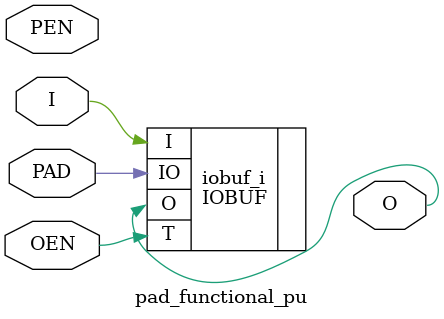
<source format=sv>


module pad_functional_pd
(
   input  logic             OEN,
   input  logic             I,
   output logic             O,
   input  logic             PEN,
   inout  logic             PAD
);

  (* PULLDOWN = "YES" *)
  IOBUF iobuf_i (
    .T ( OEN ),
    .I ( I    ),
    .O ( O    ),
    .IO( PAD  )
  );

endmodule

module pad_functional_pu
(
   input  logic             OEN,
   input  logic             I,
   output logic             O,
   input  logic             PEN,
   inout  logic             PAD
);

  (* PULLUP = "YES" *)
  IOBUF iobuf_i (
    .T ( OEN ),
    .I ( I    ),
    .O ( O    ),
    .IO( PAD  )
  );

endmodule

</source>
